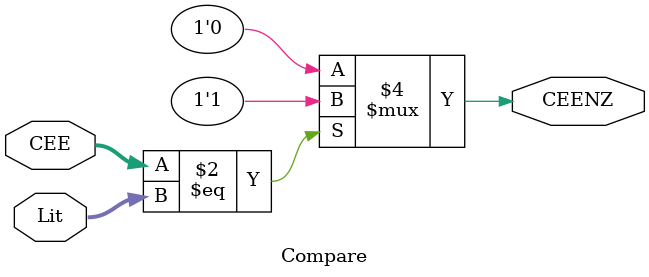
<source format=v>
`timescale 1ns / 1ps


module Compare(CEE,Lit,CEENZ);
    
    
    input wire [7:0] CEE;
    input wire [7:0] Lit;
    output reg CEENZ;

    
    always@(*)
    begin

    if(CEE==Lit) 
            begin
            CEENZ=1'b1;
            end
    else 
            begin
            CEENZ=1'b0;
            end

    end
          
endmodule

</source>
